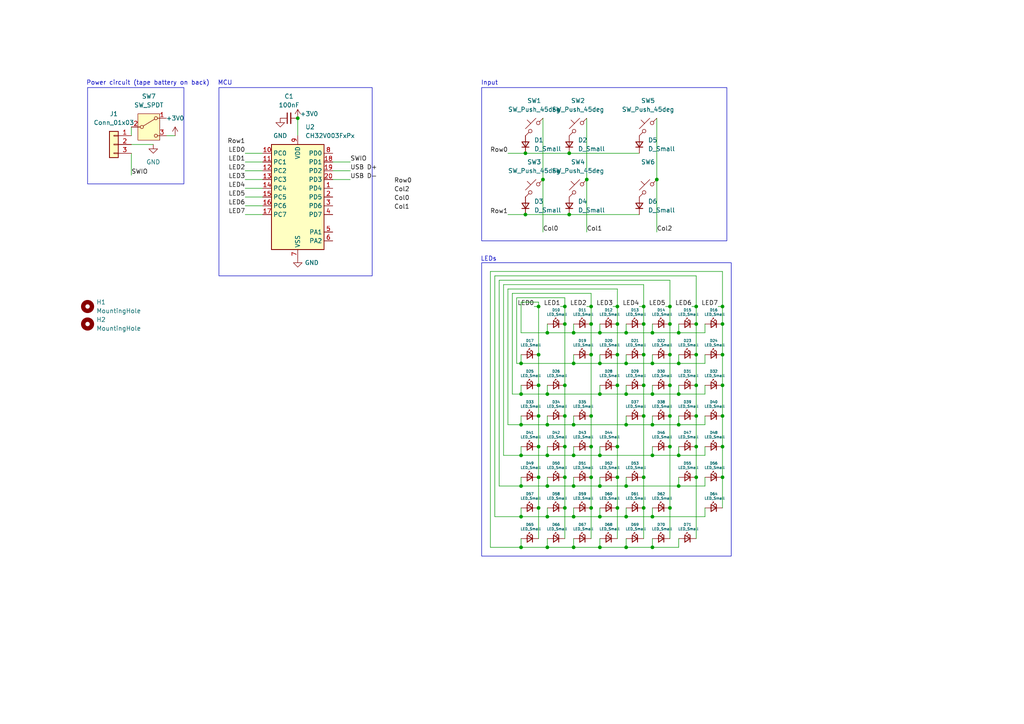
<source format=kicad_sch>
(kicad_sch (version 20231120) (generator "eeschema") (generator_version "8.0")
  (paper "A4")
  (lib_symbols
    (symbol "Connector_Generic:Conn_01x03" (pin_names (offset 1.016) hide)
      (property "Reference" "J" (at 0 5.08 0))
      (property "Value" "Conn_01x03" (at 0 -5.08 0))
      (symbol "Conn_01x03_1_1"
        (rectangle (start -1.27 -2.413) (end 0 -2.667) (stroke (width 0.1524)))
        (rectangle (start -1.27 0.127) (end 0 -0.127) (stroke (width 0.1524)))
        (rectangle (start -1.27 2.667) (end 0 2.413) (stroke (width 0.1524)))
        (rectangle (start -1.27 3.81) (end 1.27 -3.81) (stroke (width 0.254)) (fill (type background)))
        (pin passive line (at -5.08 2.54 0) (length 3.81) (name "Pin_1") (number "1"))
        (pin passive line (at -5.08 0 0) (length 3.81) (name "Pin_2") (number "2"))
        (pin passive line (at -5.08 -2.54 0) (length 3.81) (name "Pin_3") (number "3"))
      )
    )
    (symbol "Device:C_Small" (pin_numbers hide) (pin_names (offset 0.254) hide)
      (property "Reference" "C" (at 0.254 1.778 0))
      (property "Value" "C_Small" (at 0.254 -2.032 0))
      (symbol "C_Small_0_1"
        (polyline (pts (xy -1.524 -0.508) (xy 1.524 -0.508)) (stroke (width 0.3302)))
        (polyline (pts (xy -1.524 0.508) (xy 1.524 0.508)) (stroke (width 0.3048)))
      )
      (symbol "C_Small_1_1"
        (pin passive line (at 0 2.54 270) (length 2.032) (name "~") (number "1"))
        (pin passive line (at 0 -2.54 90) (length 2.032) (name "~") (number "2"))
      )
    )
    (symbol "Device:D_Small" (pin_numbers hide) (pin_names (offset 0.254) hide)
      (property "Reference" "D" (at -1.27 2.032 0))
      (property "Value" "D_Small" (at -3.81 -2.032 0))
      (symbol "D_Small_0_1"
        (polyline (pts (xy -0.762 -1.016) (xy -0.762 1.016)) (stroke (width 0.254)))
        (polyline (pts (xy -0.762 0) (xy 0.762 0)))
        (polyline (pts (xy 0.762 -1.016) (xy -0.762 0) (xy 0.762 1.016) (xy 0.762 -1.016)) (stroke (width 0.254)))
      )
      (symbol "D_Small_1_1"
        (pin passive line (at -2.54 0 0) (length 1.778) (name "K") (number "1"))
        (pin passive line (at 2.54 0 180) (length 1.778) (name "A") (number "2"))
      )
    )
    (symbol "Device:LED_Small" (pin_numbers hide) (pin_names (offset 0.254) hide)
      (property "Reference" "D" (at -1.27 3.175 0))
      (property "Value" "LED_Small" (at -4.445 -2.54 0))
      (symbol "LED_Small_0_1"
        (polyline (pts (xy -0.762 -1.016) (xy -0.762 1.016)) (stroke (width 0.254)))
        (polyline (pts (xy 1.016 0) (xy -0.762 0)))
        (polyline (pts (xy 0.762 -1.016) (xy -0.762 0) (xy 0.762 1.016) (xy 0.762 -1.016)) (stroke (width 0.254)))
        (polyline (pts (xy 0 0.762) (xy -0.508 1.27) (xy -0.254 1.27) (xy -0.508 1.27) (xy -0.508 1.016)))
        (polyline (pts (xy 0.508 1.27) (xy 0 1.778) (xy 0.254 1.778) (xy 0 1.778) (xy 0 1.524)))
      )
      (symbol "LED_Small_1_1"
        (pin passive line (at -2.54 0 0) (length 1.778) (name "K") (number "1"))
        (pin passive line (at 2.54 0 180) (length 1.778) (name "A") (number "2"))
      )
    )
    (symbol "MCU_WCH_CH32V0:CH32V003FxPx"
      (property "Reference" "U" (at -7.62 17.78 0))
      (property "Value" "CH32V003FxPx" (at 7.62 17.78 0))
      (symbol "CH32V003FxPx_1_1"
        (rectangle (start -7.62 15.24) (end 7.62 -15.24) (stroke (width 0.254)) (fill (type background)))
        (pin bidirectional line (at 10.16 2.54 180) (length 2.54) (name "PD4") (number "1"))
        (pin bidirectional line (at -10.16 12.7 0) (length 2.54) (name "PC0") (number "10"))
        (pin bidirectional line (at -10.16 10.16 0) (length 2.54) (name "PC1") (number "11"))
        (pin bidirectional line (at -10.16 7.62 0) (length 2.54) (name "PC2") (number "12"))
        (pin bidirectional line (at -10.16 5.08 0) (length 2.54) (name "PC3") (number "13"))
        (pin bidirectional line (at -10.16 2.54 0) (length 2.54) (name "PC4") (number "14"))
        (pin bidirectional line (at -10.16 0 0) (length 2.54) (name "PC5") (number "15"))
        (pin bidirectional line (at -10.16 -2.54 0) (length 2.54) (name "PC6") (number "16"))
        (pin bidirectional line (at -10.16 -5.08 0) (length 2.54) (name "PC7") (number "17"))
        (pin bidirectional line (at 10.16 10.16 180) (length 2.54) (name "PD1") (number "18"))
        (pin bidirectional line (at 10.16 7.62 180) (length 2.54) (name "PD2") (number "19"))
        (pin bidirectional line (at 10.16 0 180) (length 2.54) (name "PD5") (number "2"))
        (pin bidirectional line (at 10.16 5.08 180) (length 2.54) (name "PD3") (number "20"))
        (pin bidirectional line (at 10.16 -2.54 180) (length 2.54) (name "PD6") (number "3"))
        (pin bidirectional line (at 10.16 -5.08 180) (length 2.54) (name "PD7") (number "4"))
        (pin bidirectional line (at 10.16 -10.16 180) (length 2.54) (name "PA1") (number "5"))
        (pin bidirectional line (at 10.16 -12.7 180) (length 2.54) (name "PA2") (number "6"))
        (pin power_in line (at 0 -17.78 90) (length 2.54) (name "VSS") (number "7"))
        (pin bidirectional line (at 10.16 12.7 180) (length 2.54) (name "PD0") (number "8"))
        (pin power_in line (at 0 17.78 270) (length 2.54) (name "VDD") (number "9"))
      )
    )
    (symbol "Mechanical:MountingHole" (pin_names (offset 1.016)) (exclude_from_sim yes) (in_bom no)
      (property "Reference" "H" (at 0 5.08 0))
      (property "Value" "MountingHole" (at 0 3.175 0))
      (symbol "MountingHole_0_1"
        (circle (center 0 0) (radius 1.27) (stroke (width 1.27)))
      )
    )
    (symbol "Switch:SW_Push_45deg" (pin_numbers hide) (pin_names (offset 1.016) hide)
      (property "Reference" "SW" (at 3.048 1.016 0))
      (property "Value" "SW_Push_45deg" (at 0 -3.81 0))
      (symbol "SW_Push_45deg_0_1"
        (circle (center -1.1684 1.1684) (radius 0.508))
        (polyline (pts (xy -0.508 2.54) (xy 2.54 -0.508)))
        (polyline (pts (xy 1.016 1.016) (xy 2.032 2.032)))
        (polyline (pts (xy -2.54 2.54) (xy -1.524 1.524) (xy -1.524 1.524)))
        (polyline (pts (xy 1.524 -1.524) (xy 2.54 -2.54) (xy 2.54 -2.54) (xy 2.54 -2.54)))
        (circle (center 1.143 -1.1938) (radius 0.508))
        (pin passive line (at -2.54 2.54 0) (length 0) (name "1") (number "1"))
        (pin passive line (at 2.54 -2.54 180) (length 0) (name "2") (number "2"))
      )
    )
    (symbol "Switch:SW_SPDT" (pin_names (offset 0) hide)
      (property "Reference" "SW" (at 0 5.08 0))
      (property "Value" "SW_SPDT" (at 0 -5.08 0))
      (symbol "SW_SPDT_0_1"
        (circle (center -2.032 0) (radius 0.4572))
        (polyline (pts (xy -1.651 0.254) (xy 1.651 2.286)))
        (circle (center 2.032 -2.54) (radius 0.4572))
        (circle (center 2.032 2.54) (radius 0.4572))
      )
      (symbol "SW_SPDT_1_1"
        (rectangle (start -3.175 3.81) (end 3.175 -3.81) (fill (type background)))
        (pin passive line (at 5.08 2.54 180) (length 2.54) (name "A") (number "1"))
        (pin passive line (at -5.08 0 0) (length 2.54) (name "B") (number "2"))
        (pin passive line (at 5.08 -2.54 180) (length 2.54) (name "C") (number "3"))
      )
    )
    (symbol "power:+3V0" (power) (pin_numbers hide) (pin_names (offset 0) hide)
      (property "Value" "+3V0" (at 0 3.556 0))
      (symbol "+3V0_0_1"
        (polyline (pts (xy -0.762 1.27) (xy 0 2.54)))
        (polyline (pts (xy 0 0) (xy 0 2.54)))
        (polyline (pts (xy 0 2.54) (xy 0.762 1.27)))
      )
      (symbol "+3V0_1_1"
        (pin power_in line (at 0 0 90) (length 0) (name "~") (number "1"))
      )
    )
    (symbol "power:GND" (power) (pin_numbers hide) (pin_names (offset 0) hide)
      (property "Value" "GND" (at 0 -3.81 0))
      (symbol "GND_0_1"
        (polyline (pts (xy 0 0) (xy 0 -1.27) (xy 1.27 -1.27) (xy 0 -2.54) (xy -1.27 -1.27) (xy 0 -1.27)))
      )
      (symbol "GND_1_1"
        (pin power_in line (at 0 0 270) (length 0) (name "~") (number "1"))
      )
    )
  )
  (junction (at 179.07 102.87))
  (junction (at 181.61 96.52))
  (junction (at 165.1 44.45))
  (junction (at 181.61 123.19))
  (junction (at 158.75 149.86))
  (junction (at 201.93 129.54))
  (junction (at 166.37 132.08))
  (junction (at 201.93 88.9))
  (junction (at 196.85 105.41))
  (junction (at 156.21 147.32))
  (junction (at 179.07 93.98))
  (junction (at 181.61 149.86))
  (junction (at 186.69 147.32))
  (junction (at 170.18 52.07))
  (junction (at 173.99 149.86))
  (junction (at 194.31 120.65))
  (junction (at 151.13 114.3))
  (junction (at 196.85 114.3))
  (junction (at 201.93 111.76))
  (junction (at 194.31 102.87))
  (junction (at 179.07 138.43))
  (junction (at 186.69 111.76))
  (junction (at 163.83 138.43))
  (junction (at 189.23 149.86))
  (junction (at 152.4 62.23))
  (junction (at 165.1 62.23))
  (junction (at 151.13 123.19))
  (junction (at 186.69 102.87))
  (junction (at 189.23 123.19))
  (junction (at 179.07 129.54))
  (junction (at 189.23 114.3))
  (junction (at 209.55 88.9))
  (junction (at 86.36 34.29))
  (junction (at 166.37 158.75))
  (junction (at 179.07 111.76))
  (junction (at 158.75 96.52))
  (junction (at 171.45 129.54))
  (junction (at 173.99 114.3))
  (junction (at 209.55 120.65))
  (junction (at 151.13 105.41))
  (junction (at 166.37 123.19))
  (junction (at 201.93 93.98))
  (junction (at 166.37 96.52))
  (junction (at 171.45 138.43))
  (junction (at 158.75 123.19))
  (junction (at 181.61 158.75))
  (junction (at 156.21 111.76))
  (junction (at 186.69 138.43))
  (junction (at 171.45 120.65))
  (junction (at 152.4 44.45))
  (junction (at 156.21 129.54))
  (junction (at 179.07 147.32))
  (junction (at 194.31 129.54))
  (junction (at 186.69 93.98))
  (junction (at 158.75 140.97))
  (junction (at 156.21 102.87))
  (junction (at 189.23 132.08))
  (junction (at 209.55 102.87))
  (junction (at 209.55 93.98))
  (junction (at 151.13 158.75))
  (junction (at 186.69 88.9))
  (junction (at 173.99 96.52))
  (junction (at 189.23 96.52))
  (junction (at 209.55 111.76))
  (junction (at 166.37 149.86))
  (junction (at 151.13 132.08))
  (junction (at 194.31 147.32))
  (junction (at 196.85 132.08))
  (junction (at 156.21 120.65))
  (junction (at 163.83 129.54))
  (junction (at 189.23 158.75))
  (junction (at 201.93 138.43))
  (junction (at 151.13 149.86))
  (junction (at 166.37 140.97))
  (junction (at 173.99 158.75))
  (junction (at 181.61 140.97))
  (junction (at 163.83 93.98))
  (junction (at 158.75 132.08))
  (junction (at 179.07 88.9))
  (junction (at 171.45 88.9))
  (junction (at 173.99 105.41))
  (junction (at 156.21 138.43))
  (junction (at 158.75 114.3))
  (junction (at 173.99 132.08))
  (junction (at 181.61 114.3))
  (junction (at 157.48 52.07))
  (junction (at 171.45 147.32))
  (junction (at 171.45 102.87))
  (junction (at 151.13 140.97))
  (junction (at 163.83 120.65))
  (junction (at 209.55 129.54))
  (junction (at 181.61 105.41))
  (junction (at 163.83 111.76))
  (junction (at 189.23 105.41))
  (junction (at 186.69 120.65))
  (junction (at 173.99 140.97))
  (junction (at 163.83 147.32))
  (junction (at 190.5 52.07))
  (junction (at 201.93 102.87))
  (junction (at 196.85 96.52))
  (junction (at 196.85 140.97))
  (junction (at 171.45 93.98))
  (junction (at 166.37 105.41))
  (junction (at 156.21 88.9))
  (junction (at 163.83 88.9))
  (junction (at 194.31 93.98))
  (junction (at 158.75 158.75))
  (junction (at 196.85 123.19))
  (junction (at 209.55 138.43))
  (junction (at 201.93 120.65))
  (junction (at 194.31 88.9))
  (junction (at 194.31 111.76))
  (wire (pts (xy 179.07 147.32) (xy 179.07 156.21)))
  (wire (pts (xy 154.94 88.9) (xy 156.21 88.9)))
  (wire (pts (xy 189.23 120.65) (xy 189.23 123.19)))
  (wire (pts (xy 156.21 129.54) (xy 156.21 138.43)))
  (wire (pts (xy 196.85 140.97) (xy 204.47 140.97)))
  (wire (pts (xy 71.12 46.99) (xy 76.2 46.99)))
  (wire (pts (xy 151.13 96.52) (xy 158.75 96.52)))
  (wire (pts (xy 196.85 156.21) (xy 196.85 158.75)))
  (wire (pts (xy 173.99 111.76) (xy 173.99 114.3)))
  (wire (pts (xy 181.61 102.87) (xy 181.61 105.41)))
  (wire (pts (xy 157.48 52.07) (xy 157.48 67.31)))
  (wire (pts (xy 204.47 123.19) (xy 204.47 120.65)))
  (wire (pts (xy 158.75 140.97) (xy 166.37 140.97)))
  (wire (pts (xy 189.23 129.54) (xy 189.23 132.08)))
  (wire (pts (xy 170.18 52.07) (xy 170.18 67.31)))
  (wire (pts (xy 158.75 120.65) (xy 158.75 123.19)))
  (wire (pts (xy 158.75 96.52) (xy 166.37 96.52)))
  (wire (pts (xy 209.55 93.98) (xy 209.55 102.87)))
  (wire (pts (xy 71.12 44.45) (xy 76.2 44.45)))
  (wire (pts (xy 156.21 147.32) (xy 156.21 156.21)))
  (wire (pts (xy 158.75 138.43) (xy 158.75 140.97)))
  (wire (pts (xy 189.23 114.3) (xy 196.85 114.3)))
  (wire (pts (xy 166.37 158.75) (xy 173.99 158.75)))
  (wire (pts (xy 209.55 120.65) (xy 209.55 129.54)))
  (wire (pts (xy 163.83 120.65) (xy 163.83 129.54)))
  (wire (pts (xy 181.61 140.97) (xy 196.85 140.97)))
  (wire (pts (xy 158.75 114.3) (xy 173.99 114.3)))
  (wire (pts (xy 173.99 105.41) (xy 181.61 105.41)))
  (wire (pts (xy 171.45 138.43) (xy 171.45 147.32)))
  (wire (pts (xy 96.52 52.07) (xy 101.6 52.07)))
  (wire (pts (xy 170.18 34.29) (xy 170.18 52.07)))
  (wire (pts (xy 196.85 111.76) (xy 196.85 114.3)))
  (wire (pts (xy 173.99 102.87) (xy 173.99 105.41)))
  (wire (pts (xy 71.12 62.23) (xy 76.2 62.23)))
  (wire (pts (xy 194.31 81.28) (xy 144.78 81.28)))
  (wire (pts (xy 151.13 102.87) (xy 151.13 105.41)))
  (wire (pts (xy 166.37 120.65) (xy 166.37 123.19)))
  (wire (pts (xy 163.83 147.32) (xy 163.83 156.21)))
  (wire (pts (xy 38.1 36.83) (xy 38.1 39.37)))
  (wire (pts (xy 71.12 54.61) (xy 76.2 54.61)))
  (wire (pts (xy 151.13 87.63) (xy 151.13 96.52)))
  (wire (pts (xy 50.8 39.37) (xy 48.26 39.37)))
  (wire (pts (xy 189.23 123.19) (xy 196.85 123.19)))
  (wire (pts (xy 173.99 138.43) (xy 173.99 140.97)))
  (wire (pts (xy 142.24 78.74) (xy 209.55 78.74)))
  (wire (pts (xy 158.75 158.75) (xy 166.37 158.75)))
  (wire (pts (xy 151.13 156.21) (xy 151.13 158.75)))
  (wire (pts (xy 179.07 111.76) (xy 179.07 129.54)))
  (wire (pts (xy 147.32 62.23) (xy 152.4 62.23)))
  (wire (pts (xy 181.61 149.86) (xy 189.23 149.86)))
  (wire (pts (xy 166.37 138.43) (xy 166.37 140.97)))
  (wire (pts (xy 209.55 88.9) (xy 209.55 93.98)))
  (wire (pts (xy 209.55 129.54) (xy 209.55 138.43)))
  (wire (pts (xy 181.61 105.41) (xy 189.23 105.41)))
  (wire (pts (xy 209.55 138.43) (xy 209.55 147.32)))
  (wire (pts (xy 158.75 111.76) (xy 158.75 114.3)))
  (wire (pts (xy 181.61 96.52) (xy 189.23 96.52)))
  (wire (pts (xy 196.85 102.87) (xy 196.85 105.41)))
  (wire (pts (xy 158.75 132.08) (xy 166.37 132.08)))
  (wire (pts (xy 189.23 149.86) (xy 204.47 149.86)))
  (wire (pts (xy 189.23 132.08) (xy 196.85 132.08)))
  (wire (pts (xy 179.07 129.54) (xy 179.07 138.43)))
  (wire (pts (xy 162.56 88.9) (xy 163.83 88.9)))
  (wire (pts (xy 152.4 62.23) (xy 165.1 62.23)))
  (wire (pts (xy 186.69 93.98) (xy 186.69 102.87)))
  (wire (pts (xy 171.45 120.65) (xy 171.45 129.54)))
  (wire (pts (xy 163.83 93.98) (xy 163.83 111.76)))
  (wire (pts (xy 186.69 82.55) (xy 186.69 88.9)))
  (wire (pts (xy 171.45 85.09) (xy 171.45 88.9)))
  (wire (pts (xy 179.07 83.82) (xy 147.32 83.82)))
  (wire (pts (xy 196.85 93.98) (xy 196.85 96.52)))
  (wire (pts (xy 173.99 93.98) (xy 173.99 96.52)))
  (wire (pts (xy 158.75 156.21) (xy 158.75 158.75)))
  (wire (pts (xy 163.83 86.36) (xy 149.86 86.36)))
  (wire (pts (xy 189.23 102.87) (xy 189.23 105.41)))
  (wire (pts (xy 156.21 120.65) (xy 156.21 129.54)))
  (wire (pts (xy 171.45 88.9) (xy 171.45 93.98)))
  (wire (pts (xy 165.1 44.45) (xy 185.42 44.45)))
  (wire (pts (xy 171.45 147.32) (xy 171.45 156.21)))
  (wire (pts (xy 165.1 62.23) (xy 185.42 62.23)))
  (wire (pts (xy 181.61 120.65) (xy 181.61 123.19)))
  (wire (pts (xy 166.37 123.19) (xy 181.61 123.19)))
  (wire (pts (xy 179.07 102.87) (xy 179.07 111.76)))
  (wire (pts (xy 200.66 88.9) (xy 201.93 88.9)))
  (wire (pts (xy 151.13 147.32) (xy 151.13 149.86)))
  (wire (pts (xy 146.05 82.55) (xy 146.05 132.08)))
  (wire (pts (xy 163.83 129.54) (xy 163.83 138.43)))
  (wire (pts (xy 156.21 138.43) (xy 156.21 147.32)))
  (wire (pts (xy 179.07 93.98) (xy 179.07 102.87)))
  (wire (pts (xy 189.23 111.76) (xy 189.23 114.3)))
  (wire (pts (xy 181.61 158.75) (xy 189.23 158.75)))
  (wire (pts (xy 171.45 85.09) (xy 148.59 85.09)))
  (wire (pts (xy 194.31 93.98) (xy 194.31 102.87)))
  (wire (pts (xy 158.75 129.54) (xy 158.75 132.08)))
  (wire (pts (xy 142.24 158.75) (xy 142.24 78.74)))
  (wire (pts (xy 209.55 111.76) (xy 209.55 120.65)))
  (wire (pts (xy 166.37 149.86) (xy 173.99 149.86)))
  (wire (pts (xy 209.55 102.87) (xy 209.55 111.76)))
  (wire (pts (xy 185.42 88.9) (xy 186.69 88.9)))
  (wire (pts (xy 181.61 156.21) (xy 181.61 158.75)))
  (wire (pts (xy 209.55 78.74) (xy 209.55 88.9)))
  (wire (pts (xy 96.52 46.99) (xy 101.6 46.99)))
  (wire (pts (xy 196.85 129.54) (xy 196.85 132.08)))
  (wire (pts (xy 151.13 149.86) (xy 158.75 149.86)))
  (wire (pts (xy 204.47 105.41) (xy 204.47 102.87)))
  (wire (pts (xy 173.99 132.08) (xy 189.23 132.08)))
  (wire (pts (xy 189.23 156.21) (xy 189.23 158.75)))
  (wire (pts (xy 201.93 120.65) (xy 201.93 129.54)))
  (wire (pts (xy 166.37 132.08) (xy 173.99 132.08)))
  (wire (pts (xy 201.93 88.9) (xy 201.93 93.98)))
  (wire (pts (xy 144.78 81.28) (xy 144.78 140.97)))
  (wire (pts (xy 158.75 149.86) (xy 166.37 149.86)))
  (wire (pts (xy 166.37 140.97) (xy 173.99 140.97)))
  (wire (pts (xy 201.93 80.01) (xy 201.93 88.9)))
  (wire (pts (xy 171.45 93.98) (xy 171.45 102.87)))
  (wire (pts (xy 181.61 138.43) (xy 181.61 140.97)))
  (wire (pts (xy 158.75 123.19) (xy 166.37 123.19)))
  (wire (pts (xy 181.61 93.98) (xy 181.61 96.52)))
  (wire (pts (xy 173.99 114.3) (xy 181.61 114.3)))
  (wire (pts (xy 148.59 85.09) (xy 148.59 114.3)))
  (wire (pts (xy 196.85 138.43) (xy 196.85 140.97)))
  (wire (pts (xy 158.75 147.32) (xy 158.75 149.86)))
  (wire (pts (xy 173.99 156.21) (xy 173.99 158.75)))
  (wire (pts (xy 186.69 102.87) (xy 186.69 111.76)))
  (wire (pts (xy 166.37 102.87) (xy 166.37 105.41)))
  (wire (pts (xy 171.45 129.54) (xy 171.45 138.43)))
  (wire (pts (xy 86.36 34.29) (xy 86.36 39.37)))
  (wire (pts (xy 189.23 93.98) (xy 189.23 96.52)))
  (wire (pts (xy 163.83 111.76) (xy 163.83 120.65)))
  (wire (pts (xy 44.45 41.91) (xy 38.1 41.91)))
  (wire (pts (xy 173.99 129.54) (xy 173.99 132.08)))
  (wire (pts (xy 181.61 123.19) (xy 189.23 123.19)))
  (wire (pts (xy 147.32 123.19) (xy 151.13 123.19)))
  (wire (pts (xy 38.1 50.8) (xy 38.1 44.45)))
  (wire (pts (xy 96.52 49.53) (xy 101.6 49.53)))
  (wire (pts (xy 151.13 140.97) (xy 158.75 140.97)))
  (wire (pts (xy 201.93 111.76) (xy 201.93 120.65)))
  (wire (pts (xy 71.12 52.07) (xy 76.2 52.07)))
  (wire (pts (xy 149.86 105.41) (xy 151.13 105.41)))
  (wire (pts (xy 201.93 138.43) (xy 201.93 156.21)))
  (wire (pts (xy 204.47 140.97) (xy 204.47 138.43)))
  (wire (pts (xy 193.04 88.9) (xy 194.31 88.9)))
  (wire (pts (xy 163.83 86.36) (xy 163.83 88.9)))
  (wire (pts (xy 71.12 57.15) (xy 76.2 57.15)))
  (wire (pts (xy 173.99 158.75) (xy 181.61 158.75)))
  (wire (pts (xy 189.23 105.41) (xy 196.85 105.41)))
  (wire (pts (xy 156.21 87.63) (xy 156.21 88.9)))
  (wire (pts (xy 194.31 120.65) (xy 194.31 129.54)))
  (wire (pts (xy 151.13 111.76) (xy 151.13 114.3)))
  (wire (pts (xy 142.24 158.75) (xy 151.13 158.75)))
  (wire (pts (xy 204.47 96.52) (xy 204.47 93.98)))
  (wire (pts (xy 151.13 158.75) (xy 158.75 158.75)))
  (wire (pts (xy 194.31 88.9) (xy 194.31 93.98)))
  (wire (pts (xy 186.69 147.32) (xy 186.69 156.21)))
  (wire (pts (xy 204.47 149.86) (xy 204.47 147.32)))
  (wire (pts (xy 143.51 80.01) (xy 143.51 149.86)))
  (wire (pts (xy 156.21 87.63) (xy 151.13 87.63)))
  (wire (pts (xy 201.93 93.98) (xy 201.93 102.87)))
  (wire (pts (xy 196.85 120.65) (xy 196.85 123.19)))
  (wire (pts (xy 196.85 123.19) (xy 204.47 123.19)))
  (wire (pts (xy 179.07 88.9) (xy 179.07 93.98)))
  (wire (pts (xy 147.32 83.82) (xy 147.32 123.19)))
  (wire (pts (xy 190.5 34.29) (xy 190.5 52.07)))
  (wire (pts (xy 194.31 147.32) (xy 194.31 156.21)))
  (wire (pts (xy 194.31 102.87) (xy 194.31 111.76)))
  (wire (pts (xy 208.28 88.9) (xy 209.55 88.9)))
  (wire (pts (xy 166.37 93.98) (xy 166.37 96.52)))
  (wire (pts (xy 186.69 120.65) (xy 186.69 138.43)))
  (wire (pts (xy 189.23 158.75) (xy 196.85 158.75)))
  (wire (pts (xy 166.37 96.52) (xy 173.99 96.52)))
  (wire (pts (xy 71.12 49.53) (xy 76.2 49.53)))
  (wire (pts (xy 189.23 147.32) (xy 189.23 149.86)))
  (wire (pts (xy 173.99 147.32) (xy 173.99 149.86)))
  (wire (pts (xy 189.23 96.52) (xy 196.85 96.52)))
  (wire (pts (xy 181.61 111.76) (xy 181.61 114.3)))
  (wire (pts (xy 151.13 129.54) (xy 151.13 132.08)))
  (wire (pts (xy 151.13 120.65) (xy 151.13 123.19)))
  (wire (pts (xy 156.21 88.9) (xy 156.21 102.87)))
  (wire (pts (xy 71.12 59.69) (xy 76.2 59.69)))
  (wire (pts (xy 146.05 132.08) (xy 151.13 132.08)))
  (wire (pts (xy 186.69 111.76) (xy 186.69 120.65)))
  (wire (pts (xy 186.69 138.43) (xy 186.69 147.32)))
  (wire (pts (xy 179.07 83.82) (xy 179.07 88.9)))
  (wire (pts (xy 201.93 129.54) (xy 201.93 138.43)))
  (wire (pts (xy 179.07 138.43) (xy 179.07 147.32)))
  (wire (pts (xy 166.37 105.41) (xy 173.99 105.41)))
  (wire (pts (xy 196.85 96.52) (xy 204.47 96.52)))
  (wire (pts (xy 201.93 80.01) (xy 143.51 80.01)))
  (wire (pts (xy 173.99 96.52) (xy 181.61 96.52)))
  (wire (pts (xy 149.86 86.36) (xy 149.86 105.41)))
  (wire (pts (xy 186.69 82.55) (xy 146.05 82.55)))
  (wire (pts (xy 151.13 114.3) (xy 158.75 114.3)))
  (wire (pts (xy 177.8 88.9) (xy 179.07 88.9)))
  (wire (pts (xy 151.13 132.08) (xy 158.75 132.08)))
  (wire (pts (xy 196.85 132.08) (xy 204.47 132.08)))
  (wire (pts (xy 194.31 81.28) (xy 194.31 88.9)))
  (wire (pts (xy 151.13 138.43) (xy 151.13 140.97)))
  (wire (pts (xy 171.45 102.87) (xy 171.45 120.65)))
  (wire (pts (xy 204.47 132.08) (xy 204.47 129.54)))
  (wire (pts (xy 166.37 147.32) (xy 166.37 149.86)))
  (wire (pts (xy 151.13 105.41) (xy 166.37 105.41)))
  (wire (pts (xy 194.31 129.54) (xy 194.31 147.32)))
  (wire (pts (xy 181.61 147.32) (xy 181.61 149.86)))
  (wire (pts (xy 170.18 88.9) (xy 171.45 88.9)))
  (wire (pts (xy 201.93 102.87) (xy 201.93 111.76)))
  (wire (pts (xy 166.37 129.54) (xy 166.37 132.08)))
  (wire (pts (xy 158.75 93.98) (xy 158.75 96.52)))
  (wire (pts (xy 152.4 44.45) (xy 165.1 44.45)))
  (wire (pts (xy 156.21 102.87) (xy 156.21 111.76)))
  (wire (pts (xy 151.13 123.19) (xy 158.75 123.19)))
  (wire (pts (xy 163.83 138.43) (xy 163.83 147.32)))
  (wire (pts (xy 163.83 88.9) (xy 163.83 93.98)))
  (wire (pts (xy 194.31 111.76) (xy 194.31 120.65)))
  (wire (pts (xy 204.47 114.3) (xy 204.47 111.76)))
  (wire (pts (xy 147.32 44.45) (xy 152.4 44.45)))
  (wire (pts (xy 196.85 114.3) (xy 204.47 114.3)))
  (wire (pts (xy 173.99 140.97) (xy 181.61 140.97)))
  (wire (pts (xy 166.37 156.21) (xy 166.37 158.75)))
  (wire (pts (xy 181.61 114.3) (xy 189.23 114.3)))
  (wire (pts (xy 186.69 88.9) (xy 186.69 93.98)))
  (wire (pts (xy 196.85 105.41) (xy 204.47 105.41)))
  (wire (pts (xy 143.51 149.86) (xy 151.13 149.86)))
  (wire (pts (xy 190.5 52.07) (xy 190.5 67.31)))
  (wire (pts (xy 156.21 111.76) (xy 156.21 120.65)))
  (wire (pts (xy 157.48 34.29) (xy 157.48 52.07)))
  (wire (pts (xy 144.78 140.97) (xy 151.13 140.97)))
  (wire (pts (xy 173.99 149.86) (xy 181.61 149.86)))
  (wire (pts (xy 148.59 114.3) (xy 151.13 114.3)))
  (rectangle (start 139.7 76.2) (end 212.09 161.29))
  (rectangle (start 139.7 25.4) (end 210.82 69.85))
  (rectangle (start 63.5 25.4) (end 107.95 80.01))
  (rectangle (start 25.4 25.4) (end 53.34 53.34))
  (text "Input" (at 141.986 24.13 0) (effects (font (size 1.27 1.27))))
  (text "Power circuit (tape battery on back)" (at 42.926 24.13 0) (effects (font (size 1.27 1.27))))
  (text "MCU" (at 65.278 24.13 0) (effects (font (size 1.27 1.27))))
  (text "LEDs" (at 141.732 75.184 0) (effects (font (size 1.27 1.27))))
  (label "LED2" (at 71.12 49.53 180))
  (label "Col2" (at 190.5 67.31 0))
  (label "LED7" (at 208.28 88.9 180))
  (label "Row1" (at 147.32 62.23 180))
  (label "LED4" (at 71.12 54.61 180))
  (label "LED6" (at 200.66 88.9 180))
  (label "LED5" (at 71.12 57.15 180))
  (label "LED1" (at 162.56 88.9 180))
  (label "Row0" (at 114.3 53.34 0))
  (label "Col2" (at 114.3 55.88 0))
  (label "LED5" (at 193.04 88.9 180))
  (label "Col0" (at 114.3 58.42 0))
  (label "Row0" (at 147.32 44.45 180))
  (label "LED4" (at 185.42 88.9 180))
  (label "SWIO" (at 101.6 46.99 0))
  (label "LED7" (at 71.12 62.23 180))
  (label "Col1" (at 114.3 60.96 0))
  (label "USB D-" (at 101.6 52.07 0))
  (label "Col1" (at 170.18 67.31 0))
  (label "Row1" (at 71.12 41.91 180))
  (label "LED2" (at 170.18 88.9 180))
  (label "LED0" (at 154.94 88.9 180))
  (label "USB D+" (at 101.6 49.53 0))
  (label "SWIO" (at 38.1 50.8 0))
  (label "LED6" (at 71.12 59.69 180))
  (label "LED0" (at 71.12 44.45 180))
  (label "LED3" (at 177.8 88.9 180))
  (label "Col0" (at 157.48 67.31 0))
  (label "LED1" (at 71.12 46.99 180))
  (label "LED3" (at 71.12 52.07 180))
  (symbol (lib_id "Switch:SW_Push_45deg") (at 154.94 54.61 0) (mirror y) (unit 1)
    (property "Reference" "SW3" (at 154.94 46.99 0))
    (property "Value" "SW_Push_45deg" (at 154.94 49.53 0))
    (property "Footprint" "Button_Switch_SMD:SW_Push_1P1T_NO_6x6mm_H9.5mm" (effects (hide yes)))
    (property "Description" "Push button switch, normally open, two pins, 45° tilted" (effects (hide yes)))
  )
  (symbol (lib_id "Device:LED_Small") (at 168.91 129.54 0) (mirror y) (unit 1)
    (property "Reference" "D43" (at 168.91 125.476 0) (effects (font (size 0.75 0.75))))
    (property "Value" "LED_Small" (at 169.164 126.746 0) (effects (font (size 0.75 0.75))))
    (property "Footprint" "LED_SMD:LED_0603_1608Metric" (effects (hide yes)))
    (property "Description" "Light emitting diode, small symbol" (effects (hide yes)))
  )
  (symbol (lib_id "Device:LED_Small") (at 176.53 102.87 0) (mirror y) (unit 1)
    (property "Reference" "D20" (at 176.53 98.806 0) (effects (font (size 0.75 0.75))))
    (property "Value" "LED_Small" (at 176.784 100.076 0) (effects (font (size 0.75 0.75))))
    (property "Footprint" "LED_SMD:LED_0603_1608Metric" (effects (hide yes)))
    (property "Description" "Light emitting diode, small symbol" (effects (hide yes)))
  )
  (symbol (lib_id "power:GND") (at 81.28 34.29 0) (unit 1)
    (property "Reference" "#PWR02" (effects (hide yes)))
    (property "Value" "GND" (at 81.28 39.37 0))
    (property "Description" "Power symbol creates a global label with name \"GND\" , ground" (effects (hide yes)))
  )
  (symbol (lib_id "Device:LED_Small") (at 153.67 129.54 0) (mirror y) (unit 1)
    (property "Reference" "D41" (at 153.67 125.476 0) (effects (font (size 0.75 0.75))))
    (property "Value" "LED_Small" (at 153.924 126.746 0) (effects (font (size 0.75 0.75))))
    (property "Footprint" "LED_SMD:LED_0603_1608Metric" (effects (hide yes)))
    (property "Description" "Light emitting diode, small symbol" (effects (hide yes)))
  )
  (symbol (lib_id "MCU_WCH_CH32V0:CH32V003FxPx") (at 86.36 57.15 0) (unit 1)
    (property "Reference" "U2" (at 88.5541 36.83 0) (effects (justify left)))
    (property "Value" "CH32V003FxPx" (at 88.5541 39.37 0) (effects (justify left)))
    (property "Footprint" "Package_SO:TSSOP-20_4.4x6.5mm_P0.65mm" (effects (hide yes)))
    (property "Datasheet" "https://www.wch-ic.com/products/CH32V003.html" (effects (hide yes)))
    (property "Description" "CH32V003 series are industrial-grade general-purpose microcontrollers designed based on 32-bit RISC-V instruction set and architecture. It adopts QingKe V2A core, RV32EC instruction set, and supports 2 levels of interrupt nesting. The series are mounted with rich peripheral interfaces and function modules. Its internal organizational structure meets the low-cost and low-power embedded application scenarios." (effects (hide yes)))
  )
  (symbol (lib_id "Device:LED_Small") (at 153.67 111.76 0) (mirror y) (unit 1)
    (property "Reference" "D25" (at 153.67 107.696 0) (effects (font (size 0.75 0.75))))
    (property "Value" "LED_Small" (at 153.924 108.966 0) (effects (font (size 0.75 0.75))))
    (property "Footprint" "LED_SMD:LED_0603_1608Metric" (effects (hide yes)))
    (property "Description" "Light emitting diode, small symbol" (effects (hide yes)))
  )
  (symbol (lib_id "Device:LED_Small") (at 199.39 120.65 0) (mirror y) (unit 1)
    (property "Reference" "D39" (at 199.39 116.586 0) (effects (font (size 0.75 0.75))))
    (property "Value" "LED_Small" (at 199.644 117.856 0) (effects (font (size 0.75 0.75))))
    (property "Footprint" "LED_SMD:LED_0603_1608Metric" (effects (hide yes)))
    (property "Description" "Light emitting diode, small symbol" (effects (hide yes)))
  )
  (symbol (lib_id "Device:LED_Small") (at 153.67 147.32 0) (mirror y) (unit 1)
    (property "Reference" "D57" (at 153.67 143.256 0) (effects (font (size 0.75 0.75))))
    (property "Value" "LED_Small" (at 153.924 144.526 0) (effects (font (size 0.75 0.75))))
    (property "Footprint" "LED_SMD:LED_0603_1608Metric" (effects (hide yes)))
    (property "Description" "Light emitting diode, small symbol" (effects (hide yes)))
  )
  (symbol (lib_id "Device:LED_Small") (at 199.39 111.76 0) (mirror y) (unit 1)
    (property "Reference" "D31" (at 199.39 107.696 0) (effects (font (size 0.75 0.75))))
    (property "Value" "LED_Small" (at 199.644 108.966 0) (effects (font (size 0.75 0.75))))
    (property "Footprint" "LED_SMD:LED_0603_1608Metric" (effects (hide yes)))
    (property "Description" "Light emitting diode, small symbol" (effects (hide yes)))
  )
  (symbol (lib_id "Device:LED_Small") (at 191.77 129.54 0) (mirror y) (unit 1)
    (property "Reference" "D46" (at 191.77 125.476 0) (effects (font (size 0.75 0.75))))
    (property "Value" "LED_Small" (at 192.024 126.746 0) (effects (font (size 0.75 0.75))))
    (property "Footprint" "LED_SMD:LED_0603_1608Metric" (effects (hide yes)))
    (property "Description" "Light emitting diode, small symbol" (effects (hide yes)))
  )
  (symbol (lib_id "Device:LED_Small") (at 176.53 147.32 0) (mirror y) (unit 1)
    (property "Reference" "D60" (at 176.53 143.256 0) (effects (font (size 0.75 0.75))))
    (property "Value" "LED_Small" (at 176.784 144.526 0) (effects (font (size 0.75 0.75))))
    (property "Footprint" "LED_SMD:LED_0603_1608Metric" (effects (hide yes)))
    (property "Description" "Light emitting diode, small symbol" (effects (hide yes)))
  )
  (symbol (lib_id "Switch:SW_Push_45deg") (at 187.96 54.61 0) (mirror y) (unit 1)
    (property "Reference" "SW6" (at 187.96 46.99 0))
    (property "Value" "SW_Push_45deg" (effects (hide yes)))
    (property "Footprint" "Button_Switch_SMD:SW_Push_1P1T_NO_6x6mm_H9.5mm" (effects (hide yes)))
    (property "Description" "Push button switch, normally open, two pins, 45° tilted" (effects (hide yes)))
  )
  (symbol (lib_id "Device:LED_Small") (at 184.15 111.76 0) (mirror y) (unit 1)
    (property "Reference" "D29" (at 184.15 107.696 0) (effects (font (size 0.75 0.75))))
    (property "Value" "LED_Small" (at 184.404 108.966 0) (effects (font (size 0.75 0.75))))
    (property "Footprint" "LED_SMD:LED_0603_1608Metric" (effects (hide yes)))
    (property "Description" "Light emitting diode, small symbol" (effects (hide yes)))
  )
  (symbol (lib_id "Device:LED_Small") (at 207.01 93.98 0) (mirror y) (unit 1)
    (property "Reference" "D16" (at 207.01 89.916 0) (effects (font (size 0.75 0.75))))
    (property "Value" "LED_Small" (at 207.264 91.186 0) (effects (font (size 0.75 0.75))))
    (property "Footprint" "LED_SMD:LED_0603_1608Metric" (effects (hide yes)))
    (property "Description" "Light emitting diode, small symbol" (effects (hide yes)))
  )
  (symbol (lib_id "Device:LED_Small") (at 199.39 129.54 0) (mirror y) (unit 1)
    (property "Reference" "D47" (at 199.39 125.476 0) (effects (font (size 0.75 0.75))))
    (property "Value" "LED_Small" (at 199.644 126.746 0) (effects (font (size 0.75 0.75))))
    (property "Footprint" "LED_SMD:LED_0603_1608Metric" (effects (hide yes)))
    (property "Description" "Light emitting diode, small symbol" (effects (hide yes)))
  )
  (symbol (lib_id "power:+3V0") (at 86.36 34.29 0) (unit 1)
    (property "Reference" "#PWR01" (effects (hide yes)))
    (property "Value" "+3V0" (at 89.662 33.02 0))
    (property "Description" "Power symbol creates a global label with name \"+3V0\"" (effects (hide yes)))
  )
  (symbol (lib_id "Switch:SW_SPDT") (at 43.18 36.83 0) (unit 1)
    (property "Reference" "SW7" (at 43.18 27.94 0))
    (property "Value" "SW_SPDT" (at 43.18 30.48 0))
    (property "Footprint" "Button_Switch_SMD:SW_SPDT_CK_JS102011SAQN" (effects (hide yes)))
    (property "Description" "Switch, single pole double throw" (effects (hide yes)))
  )
  (symbol (lib_id "Device:LED_Small") (at 199.39 93.98 0) (mirror y) (unit 1)
    (property "Reference" "D15" (at 199.39 89.916 0) (effects (font (size 0.75 0.75))))
    (property "Value" "LED_Small" (at 199.644 91.186 0) (effects (font (size 0.75 0.75))))
    (property "Footprint" "LED_SMD:LED_0603_1608Metric" (effects (hide yes)))
    (property "Description" "Light emitting diode, small symbol" (effects (hide yes)))
  )
  (symbol (lib_id "Device:LED_Small") (at 207.01 102.87 0) (mirror y) (unit 1)
    (property "Reference" "D24" (at 207.01 98.806 0) (effects (font (size 0.75 0.75))))
    (property "Value" "LED_Small" (at 207.264 100.076 0) (effects (font (size 0.75 0.75))))
    (property "Footprint" "LED_SMD:LED_0603_1608Metric" (effects (hide yes)))
    (property "Description" "Light emitting diode, small symbol" (effects (hide yes)))
  )
  (symbol (lib_id "Device:LED_Small") (at 184.15 156.21 0) (mirror y) (unit 1)
    (property "Reference" "D69" (at 184.15 152.146 0) (effects (font (size 0.75 0.75))))
    (property "Value" "LED_Small" (at 184.404 153.416 0) (effects (font (size 0.75 0.75))))
    (property "Footprint" "LED_SMD:LED_0603_1608Metric" (effects (hide yes)))
    (property "Description" "Light emitting diode, small symbol" (effects (hide yes)))
  )
  (symbol (lib_id "Device:LED_Small") (at 153.67 138.43 0) (mirror y) (unit 1)
    (property "Reference" "D49" (at 153.67 134.366 0) (effects (font (size 0.75 0.75))))
    (property "Value" "LED_Small" (at 153.924 135.636 0) (effects (font (size 0.75 0.75))))
    (property "Footprint" "LED_SMD:LED_0603_1608Metric" (effects (hide yes)))
    (property "Description" "Light emitting diode, small symbol" (effects (hide yes)))
  )
  (symbol (lib_id "Device:LED_Small") (at 191.77 156.21 0) (mirror y) (unit 1)
    (property "Reference" "D70" (at 191.77 152.146 0) (effects (font (size 0.75 0.75))))
    (property "Value" "LED_Small" (at 192.024 153.416 0) (effects (font (size 0.75 0.75))))
    (property "Footprint" "LED_SMD:LED_0603_1608Metric" (effects (hide yes)))
    (property "Description" "Light emitting diode, small symbol" (effects (hide yes)))
  )
  (symbol (lib_id "Device:D_Small") (at 185.42 59.69 90) (unit 1)
    (property "Reference" "D6" (at 187.96 58.4199 90) (effects (justify right)))
    (property "Value" "D_Small" (at 187.96 60.9599 90) (effects (justify right)))
    (property "Footprint" "Diode_SMD:D_0805_2012Metric" (effects (hide yes)))
    (property "Description" "Diode, small symbol" (effects (hide yes)))
    (property "Sim.Device" "D" (effects (hide yes)))
    (property "Sim.Pins" "1=K 2=A" (effects (hide yes)))
  )
  (symbol (lib_id "Device:LED_Small") (at 184.15 120.65 0) (mirror y) (unit 1)
    (property "Reference" "D37" (at 184.15 116.586 0) (effects (font (size 0.75 0.75))))
    (property "Value" "LED_Small" (at 184.404 117.856 0) (effects (font (size 0.75 0.75))))
    (property "Footprint" "LED_SMD:LED_0603_1608Metric" (effects (hide yes)))
    (property "Description" "Light emitting diode, small symbol" (effects (hide yes)))
  )
  (symbol (lib_id "Device:LED_Small") (at 176.53 93.98 0) (mirror y) (unit 1)
    (property "Reference" "D12" (at 176.53 89.916 0) (effects (font (size 0.75 0.75))))
    (property "Value" "LED_Small" (at 176.784 91.186 0) (effects (font (size 0.75 0.75))))
    (property "Footprint" "LED_SMD:LED_0603_1608Metric" (effects (hide yes)))
    (property "Description" "Light emitting diode, small symbol" (effects (hide yes)))
  )
  (symbol (lib_id "Mechanical:MountingHole") (at 25.4 93.98 0) (unit 1) (exclude_from_sim yes) (in_bom no)
    (property "Reference" "H2" (at 27.94 92.7099 0) (effects (justify left)))
    (property "Value" "MountingHole" (at 27.94 95.2499 0) (effects (justify left)))
    (property "Footprint" "MountingHole:MountingHole_2.2mm_M2" (effects (hide yes)))
    (property "Description" "Mounting Hole without connection" (effects (hide yes)))
  )
  (symbol (lib_id "Device:LED_Small") (at 161.29 138.43 0) (mirror y) (unit 1)
    (property "Reference" "D50" (at 161.29 134.366 0) (effects (font (size 0.75 0.75))))
    (property "Value" "LED_Small" (at 161.544 135.636 0) (effects (font (size 0.75 0.75))))
    (property "Footprint" "LED_SMD:LED_0603_1608Metric" (effects (hide yes)))
    (property "Description" "Light emitting diode, small symbol" (effects (hide yes)))
  )
  (symbol (lib_id "Device:LED_Small") (at 191.77 93.98 0) (mirror y) (unit 1)
    (property "Reference" "D14" (at 191.77 89.916 0) (effects (font (size 0.75 0.75))))
    (property "Value" "LED_Small" (at 192.024 91.186 0) (effects (font (size 0.75 0.75))))
    (property "Footprint" "LED_SMD:LED_0603_1608Metric" (effects (hide yes)))
    (property "Description" "Light emitting diode, small symbol" (effects (hide yes)))
  )
  (symbol (lib_id "Switch:SW_Push_45deg") (at 154.94 36.83 0) (mirror y) (unit 1)
    (property "Reference" "SW1" (at 154.94 29.21 0))
    (property "Value" "SW_Push_45deg" (at 154.94 31.75 0))
    (property "Footprint" "Button_Switch_SMD:SW_Push_1P1T_NO_6x6mm_H9.5mm" (effects (hide yes)))
    (property "Description" "Push button switch, normally open, two pins, 45° tilted" (effects (hide yes)))
  )
  (symbol (lib_id "Switch:SW_Push_45deg") (at 167.64 54.61 0) (mirror y) (unit 1)
    (property "Reference" "SW4" (at 167.64 46.99 0))
    (property "Value" "SW_Push_45deg" (at 167.64 49.53 0))
    (property "Footprint" "Button_Switch_SMD:SW_Push_1P1T_NO_6x6mm_H9.5mm" (effects (hide yes)))
    (property "Description" "Push button switch, normally open, two pins, 45° tilted" (effects (hide yes)))
  )
  (symbol (lib_id "Device:LED_Small") (at 168.91 147.32 0) (mirror y) (unit 1)
    (property "Reference" "D59" (at 168.91 143.256 0) (effects (font (size 0.75 0.75))))
    (property "Value" "LED_Small" (at 169.164 144.526 0) (effects (font (size 0.75 0.75))))
    (property "Footprint" "LED_SMD:LED_0603_1608Metric" (effects (hide yes)))
    (property "Description" "Light emitting diode, small symbol" (effects (hide yes)))
  )
  (symbol (lib_id "Device:LED_Small") (at 207.01 147.32 0) (mirror y) (unit 1)
    (property "Reference" "D64" (at 207.01 143.256 0) (effects (font (size 0.75 0.75))))
    (property "Value" "LED_Small" (at 207.264 144.526 0) (effects (font (size 0.75 0.75))))
    (property "Footprint" "LED_SMD:LED_0603_1608Metric" (effects (hide yes)))
    (property "Description" "Light emitting diode, small symbol" (effects (hide yes)))
  )
  (symbol (lib_id "Device:LED_Small") (at 161.29 147.32 0) (mirror y) (unit 1)
    (property "Reference" "D58" (at 161.29 143.256 0) (effects (font (size 0.75 0.75))))
    (property "Value" "LED_Small" (at 161.544 144.526 0) (effects (font (size 0.75 0.75))))
    (property "Footprint" "LED_SMD:LED_0603_1608Metric" (effects (hide yes)))
    (property "Description" "Light emitting diode, small symbol" (effects (hide yes)))
  )
  (symbol (lib_id "Switch:SW_Push_45deg") (at 187.96 36.83 0) (mirror y) (unit 1)
    (property "Reference" "SW5" (at 187.96 29.21 0))
    (property "Value" "SW_Push_45deg" (at 187.96 31.75 0))
    (property "Footprint" "Button_Switch_SMD:SW_Push_1P1T_NO_6x6mm_H9.5mm" (effects (hide yes)))
    (property "Description" "Push button switch, normally open, two pins, 45° tilted" (effects (hide yes)))
  )
  (symbol (lib_id "Device:LED_Small") (at 191.77 111.76 0) (mirror y) (unit 1)
    (property "Reference" "D30" (at 191.77 107.696 0) (effects (font (size 0.75 0.75))))
    (property "Value" "LED_Small" (at 192.024 108.966 0) (effects (font (size 0.75 0.75))))
    (property "Footprint" "LED_SMD:LED_0603_1608Metric" (effects (hide yes)))
    (property "Description" "Light emitting diode, small symbol" (effects (hide yes)))
  )
  (symbol (lib_id "Device:LED_Small") (at 161.29 111.76 0) (mirror y) (unit 1)
    (property "Reference" "D26" (at 161.29 107.696 0) (effects (font (size 0.75 0.75))))
    (property "Value" "LED_Small" (at 161.544 108.966 0) (effects (font (size 0.75 0.75))))
    (property "Footprint" "LED_SMD:LED_0603_1608Metric" (effects (hide yes)))
    (property "Description" "Light emitting diode, small symbol" (effects (hide yes)))
  )
  (symbol (lib_id "Device:LED_Small") (at 153.67 156.21 0) (mirror y) (unit 1)
    (property "Reference" "D65" (at 153.67 152.146 0) (effects (font (size 0.75 0.75))))
    (property "Value" "LED_Small" (at 153.924 153.416 0) (effects (font (size 0.75 0.75))))
    (property "Footprint" "LED_SMD:LED_0603_1608Metric" (effects (hide yes)))
    (property "Description" "Light emitting diode, small symbol" (effects (hide yes)))
  )
  (symbol (lib_id "Device:LED_Small") (at 207.01 120.65 0) (mirror y) (unit 1)
    (property "Reference" "D40" (at 207.01 116.586 0) (effects (font (size 0.75 0.75))))
    (property "Value" "LED_Small" (at 207.264 117.856 0) (effects (font (size 0.75 0.75))))
    (property "Footprint" "LED_SMD:LED_0603_1608Metric" (effects (hide yes)))
    (property "Description" "Light emitting diode, small symbol" (effects (hide yes)))
  )
  (symbol (lib_id "Device:LED_Small") (at 184.15 93.98 0) (mirror y) (unit 1)
    (property "Reference" "D13" (at 184.15 89.916 0) (effects (font (size 0.75 0.75))))
    (property "Value" "LED_Small" (at 184.404 91.186 0) (effects (font (size 0.75 0.75))))
    (property "Footprint" "LED_SMD:LED_0603_1608Metric" (effects (hide yes)))
    (property "Description" "Light emitting diode, small symbol" (effects (hide yes)))
  )
  (symbol (lib_id "Device:LED_Small") (at 184.15 147.32 0) (mirror y) (unit 1)
    (property "Reference" "D61" (at 184.15 143.256 0) (effects (font (size 0.75 0.75))))
    (property "Value" "LED_Small" (at 184.404 144.526 0) (effects (font (size 0.75 0.75))))
    (property "Footprint" "LED_SMD:LED_0603_1608Metric" (effects (hide yes)))
    (property "Description" "Light emitting diode, small symbol" (effects (hide yes)))
  )
  (symbol (lib_id "Device:C_Small") (at 83.82 34.29 90) (unit 1)
    (property "Reference" "C1" (at 83.8263 27.94 90))
    (property "Value" "100nF" (at 83.8263 30.48 90))
    (property "Footprint" "Capacitor_SMD:C_0805_2012Metric" (effects (hide yes)))
    (property "Description" "Unpolarized capacitor, small symbol" (effects (hide yes)))
  )
  (symbol (lib_id "Connector_Generic:Conn_01x03") (at 33.02 41.91 0) (mirror y) (unit 1)
    (property "Reference" "J1" (at 33.02 33.02 0))
    (property "Value" "Conn_01x03" (at 33.02 35.56 0))
    (property "Footprint" "Connector_PinHeader_2.54mm:PinHeader_1x03_P2.54mm_Vertical" (effects (hide yes)))
    (property "Description" "Generic connector, single row, 01x03, script generated (kicad-library-utils/schlib/autogen/connector/)" (effects (hide yes)))
  )
  (symbol (lib_id "Device:LED_Small") (at 184.15 138.43 0) (mirror y) (unit 1)
    (property "Reference" "D53" (at 184.15 134.366 0) (effects (font (size 0.75 0.75))))
    (property "Value" "LED_Small" (at 184.404 135.636 0) (effects (font (size 0.75 0.75))))
    (property "Footprint" "LED_SMD:LED_0603_1608Metric" (effects (hide yes)))
    (property "Description" "Light emitting diode, small symbol" (effects (hide yes)))
  )
  (symbol (lib_id "Device:LED_Small") (at 207.01 111.76 0) (mirror y) (unit 1)
    (property "Reference" "D32" (at 207.01 107.696 0) (effects (font (size 0.75 0.75))))
    (property "Value" "LED_Small" (at 207.264 108.966 0) (effects (font (size 0.75 0.75))))
    (property "Footprint" "LED_SMD:LED_0603_1608Metric" (effects (hide yes)))
    (property "Description" "Light emitting diode, small symbol" (effects (hide yes)))
  )
  (symbol (lib_id "Device:LED_Small") (at 161.29 93.98 0) (mirror y) (unit 1)
    (property "Reference" "D10" (at 161.29 89.916 0) (effects (font (size 0.75 0.75))))
    (property "Value" "LED_Small" (at 161.544 91.186 0) (effects (font (size 0.75 0.75))))
    (property "Footprint" "LED_SMD:LED_0603_1608Metric" (effects (hide yes)))
    (property "Description" "Light emitting diode, small symbol" (effects (hide yes)))
  )
  (symbol (lib_id "Device:LED_Small") (at 184.15 102.87 0) (mirror y) (unit 1)
    (property "Reference" "D21" (at 184.15 98.806 0) (effects (font (size 0.75 0.75))))
    (property "Value" "LED_Small" (at 184.404 100.076 0) (effects (font (size 0.75 0.75))))
    (property "Footprint" "LED_SMD:LED_0603_1608Metric" (effects (hide yes)))
    (property "Description" "Light emitting diode, small symbol" (effects (hide yes)))
  )
  (symbol (lib_id "Device:LED_Small") (at 199.39 102.87 0) (mirror y) (unit 1)
    (property "Reference" "D23" (at 199.39 98.806 0) (effects (font (size 0.75 0.75))))
    (property "Value" "LED_Small" (at 199.644 100.076 0) (effects (font (size 0.75 0.75))))
    (property "Footprint" "LED_SMD:LED_0603_1608Metric" (effects (hide yes)))
    (property "Description" "Light emitting diode, small symbol" (effects (hide yes)))
  )
  (symbol (lib_id "Device:LED_Small") (at 168.91 156.21 0) (mirror y) (unit 1)
    (property "Reference" "D67" (at 168.91 152.146 0) (effects (font (size 0.75 0.75))))
    (property "Value" "LED_Small" (at 169.164 153.416 0) (effects (font (size 0.75 0.75))))
    (property "Footprint" "LED_SMD:LED_0603_1608Metric" (effects (hide yes)))
    (property "Description" "Light emitting diode, small symbol" (effects (hide yes)))
  )
  (symbol (lib_id "Mechanical:MountingHole") (at 25.4 88.9 0) (unit 1) (exclude_from_sim yes) (in_bom no)
    (property "Reference" "H1" (at 27.94 87.6299 0) (effects (justify left)))
    (property "Value" "MountingHole" (at 27.94 90.1699 0) (effects (justify left)))
    (property "Footprint" "MountingHole:MountingHole_2.2mm_M2" (effects (hide yes)))
    (property "Description" "Mounting Hole without connection" (effects (hide yes)))
  )
  (symbol (lib_id "Device:D_Small") (at 152.4 41.91 90) (unit 1)
    (property "Reference" "D1" (at 154.94 40.6399 90) (effects (justify right)))
    (property "Value" "D_Small" (at 154.94 43.1799 90) (effects (justify right)))
    (property "Footprint" "Diode_SMD:D_0805_2012Metric" (effects (hide yes)))
    (property "Description" "Diode, small symbol" (effects (hide yes)))
    (property "Sim.Device" "D" (effects (hide yes)))
    (property "Sim.Pins" "1=K 2=A" (effects (hide yes)))
  )
  (symbol (lib_id "Device:LED_Small") (at 153.67 120.65 0) (mirror y) (unit 1)
    (property "Reference" "D33" (at 153.67 116.586 0) (effects (font (size 0.75 0.75))))
    (property "Value" "LED_Small" (at 153.924 117.856 0) (effects (font (size 0.75 0.75))))
    (property "Footprint" "LED_SMD:LED_0603_1608Metric" (effects (hide yes)))
    (property "Description" "Light emitting diode, small symbol" (effects (hide yes)))
  )
  (symbol (lib_id "Device:D_Small") (at 165.1 59.69 90) (unit 1)
    (property "Reference" "D4" (at 167.64 58.4199 90) (effects (justify right)))
    (property "Value" "D_Small" (at 167.64 60.9599 90) (effects (justify right)))
    (property "Footprint" "Diode_SMD:D_0805_2012Metric" (effects (hide yes)))
    (property "Description" "Diode, small symbol" (effects (hide yes)))
    (property "Sim.Device" "D" (effects (hide yes)))
    (property "Sim.Pins" "1=K 2=A" (effects (hide yes)))
  )
  (symbol (lib_id "Device:LED_Small") (at 153.67 102.87 0) (mirror y) (unit 1)
    (property "Reference" "D17" (at 153.67 98.806 0) (effects (font (size 0.75 0.75))))
    (property "Value" "LED_Small" (at 153.924 100.076 0) (effects (font (size 0.75 0.75))))
    (property "Footprint" "LED_SMD:LED_0603_1608Metric" (effects (hide yes)))
    (property "Description" "Light emitting diode, small symbol" (effects (hide yes)))
  )
  (symbol (lib_id "power:GND") (at 44.45 41.91 0) (unit 1)
    (property "Reference" "#PWR05" (effects (hide yes)))
    (property "Value" "GND" (at 44.45 46.99 0))
    (property "Description" "Power symbol creates a global label with name \"GND\" , ground" (effects (hide yes)))
  )
  (symbol (lib_id "Device:LED_Small") (at 161.29 129.54 0) (mirror y) (unit 1)
    (property "Reference" "D42" (at 161.29 125.476 0) (effects (font (size 0.75 0.75))))
    (property "Value" "LED_Small" (at 161.544 126.746 0) (effects (font (size 0.75 0.75))))
    (property "Footprint" "LED_SMD:LED_0603_1608Metric" (effects (hide yes)))
    (property "Description" "Light emitting diode, small symbol" (effects (hide yes)))
  )
  (symbol (lib_id "Device:LED_Small") (at 176.53 111.76 0) (mirror y) (unit 1)
    (property "Reference" "D28" (at 176.53 107.696 0) (effects (font (size 0.75 0.75))))
    (property "Value" "LED_Small" (at 176.784 108.966 0) (effects (font (size 0.75 0.75))))
    (property "Footprint" "LED_SMD:LED_0603_1608Metric" (effects (hide yes)))
    (property "Description" "Light emitting diode, small symbol" (effects (hide yes)))
  )
  (symbol (lib_id "Switch:SW_Push_45deg") (at 167.64 36.83 0) (mirror y) (unit 1)
    (property "Reference" "SW2" (at 167.64 29.21 0))
    (property "Value" "SW_Push_45deg" (at 167.64 31.75 0))
    (property "Footprint" "Button_Switch_SMD:SW_Push_1P1T_NO_6x6mm_H9.5mm" (effects (hide yes)))
    (property "Description" "Push button switch, normally open, two pins, 45° tilted" (effects (hide yes)))
  )
  (symbol (lib_id "Device:LED_Small") (at 191.77 102.87 0) (mirror y) (unit 1)
    (property "Reference" "D22" (at 191.77 98.806 0) (effects (font (size 0.75 0.75))))
    (property "Value" "LED_Small" (at 192.024 100.076 0) (effects (font (size 0.75 0.75))))
    (property "Footprint" "LED_SMD:LED_0603_1608Metric" (effects (hide yes)))
    (property "Description" "Light emitting diode, small symbol" (effects (hide yes)))
  )
  (symbol (lib_id "Device:LED_Small") (at 191.77 147.32 0) (mirror y) (unit 1)
    (property "Reference" "D62" (at 191.77 143.256 0) (effects (font (size 0.75 0.75))))
    (property "Value" "LED_Small" (at 192.024 144.526 0) (effects (font (size 0.75 0.75))))
    (property "Footprint" "LED_SMD:LED_0603_1608Metric" (effects (hide yes)))
    (property "Description" "Light emitting diode, small symbol" (effects (hide yes)))
  )
  (symbol (lib_id "Device:LED_Small") (at 191.77 120.65 0) (mirror y) (unit 1)
    (property "Reference" "D38" (at 191.77 116.586 0) (effects (font (size 0.75 0.75))))
    (property "Value" "LED_Small" (at 192.024 117.856 0) (effects (font (size 0.75 0.75))))
    (property "Footprint" "LED_SMD:LED_0603_1608Metric" (effects (hide yes)))
    (property "Description" "Light emitting diode, small symbol" (effects (hide yes)))
  )
  (symbol (lib_id "Device:D_Small") (at 165.1 41.91 90) (unit 1)
    (property "Reference" "D2" (at 167.64 40.6399 90) (effects (justify right)))
    (property "Value" "D_Small" (at 167.64 43.1799 90) (effects (justify right)))
    (property "Footprint" "Diode_SMD:D_0805_2012Metric" (effects (hide yes)))
    (property "Description" "Diode, small symbol" (effects (hide yes)))
    (property "Sim.Device" "D" (effects (hide yes)))
    (property "Sim.Pins" "1=K 2=A" (effects (hide yes)))
  )
  (symbol (lib_id "Device:LED_Small") (at 176.53 129.54 0) (mirror y) (unit 1)
    (property "Reference" "D44" (at 176.53 125.476 0) (effects (font (size 0.75 0.75))))
    (property "Value" "LED_Small" (at 176.784 126.746 0) (effects (font (size 0.75 0.75))))
    (property "Footprint" "LED_SMD:LED_0603_1608Metric" (effects (hide yes)))
    (property "Description" "Light emitting diode, small symbol" (effects (hide yes)))
  )
  (symbol (lib_id "Device:LED_Small") (at 207.01 129.54 0) (mirror y) (unit 1)
    (property "Reference" "D48" (at 207.01 125.476 0) (effects (font (size 0.75 0.75))))
    (property "Value" "LED_Small" (at 207.264 126.746 0) (effects (font (size 0.75 0.75))))
    (property "Footprint" "LED_SMD:LED_0603_1608Metric" (effects (hide yes)))
    (property "Description" "Light emitting diode, small symbol" (effects (hide yes)))
  )
  (symbol (lib_id "Device:D_Small") (at 152.4 59.69 90) (unit 1)
    (property "Reference" "D3" (at 154.94 58.4199 90) (effects (justify right)))
    (property "Value" "D_Small" (at 154.94 60.9599 90) (effects (justify right)))
    (property "Footprint" "Diode_SMD:D_0805_2012Metric" (effects (hide yes)))
    (property "Description" "Diode, small symbol" (effects (hide yes)))
    (property "Sim.Device" "D" (effects (hide yes)))
    (property "Sim.Pins" "1=K 2=A" (effects (hide yes)))
  )
  (symbol (lib_id "power:+3V0") (at 50.8 39.37 0) (unit 1)
    (property "Reference" "#PWR04" (effects (hide yes)))
    (property "Value" "+3V0" (at 50.8 34.29 0))
    (property "Description" "Power symbol creates a global label with name \"+3V0\"" (effects (hide yes)))
  )
  (symbol (lib_id "Device:LED_Small") (at 176.53 156.21 0) (mirror y) (unit 1)
    (property "Reference" "D68" (at 176.53 152.146 0) (effects (font (size 0.75 0.75))))
    (property "Value" "LED_Small" (at 176.784 153.416 0) (effects (font (size 0.75 0.75))))
    (property "Footprint" "LED_SMD:LED_0603_1608Metric" (effects (hide yes)))
    (property "Description" "Light emitting diode, small symbol" (effects (hide yes)))
  )
  (symbol (lib_id "Device:LED_Small") (at 168.91 120.65 0) (mirror y) (unit 1)
    (property "Reference" "D35" (at 168.91 116.586 0) (effects (font (size 0.75 0.75))))
    (property "Value" "LED_Small" (at 169.164 117.856 0) (effects (font (size 0.75 0.75))))
    (property "Footprint" "LED_SMD:LED_0603_1608Metric" (effects (hide yes)))
    (property "Description" "Light emitting diode, small symbol" (effects (hide yes)))
  )
  (symbol (lib_id "power:GND") (at 86.36 74.93 0) (unit 1)
    (property "Reference" "#PWR03" (effects (hide yes)))
    (property "Value" "GND" (at 90.424 76.2 0))
    (property "Description" "Power symbol creates a global label with name \"GND\" , ground" (effects (hide yes)))
  )
  (symbol (lib_id "Device:LED_Small") (at 161.29 120.65 0) (mirror y) (unit 1)
    (property "Reference" "D34" (at 161.29 116.586 0) (effects (font (size 0.75 0.75))))
    (property "Value" "LED_Small" (at 161.544 117.856 0) (effects (font (size 0.75 0.75))))
    (property "Footprint" "LED_SMD:LED_0603_1608Metric" (effects (hide yes)))
    (property "Description" "Light emitting diode, small symbol" (effects (hide yes)))
  )
  (symbol (lib_id "Device:LED_Small") (at 199.39 138.43 0) (mirror y) (unit 1)
    (property "Reference" "D55" (at 199.39 134.366 0) (effects (font (size 0.75 0.75))))
    (property "Value" "LED_Small" (at 199.644 135.636 0) (effects (font (size 0.75 0.75))))
    (property "Footprint" "LED_SMD:LED_0603_1608Metric" (effects (hide yes)))
    (property "Description" "Light emitting diode, small symbol" (effects (hide yes)))
  )
  (symbol (lib_id "Device:LED_Small") (at 161.29 156.21 0) (mirror y) (unit 1)
    (property "Reference" "D66" (at 161.29 152.146 0) (effects (font (size 0.75 0.75))))
    (property "Value" "LED_Small" (at 161.544 153.416 0) (effects (font (size 0.75 0.75))))
    (property "Footprint" "LED_SMD:LED_0603_1608Metric" (effects (hide yes)))
    (property "Description" "Light emitting diode, small symbol" (effects (hide yes)))
  )
  (symbol (lib_id "Device:LED_Small") (at 199.39 156.21 0) (mirror y) (unit 1)
    (property "Reference" "D71" (at 199.39 152.146 0) (effects (font (size 0.75 0.75))))
    (property "Value" "LED_Small" (at 199.644 153.416 0) (effects (font (size 0.75 0.75))))
    (property "Footprint" "LED_SMD:LED_0603_1608Metric" (effects (hide yes)))
    (property "Description" "Light emitting diode, small symbol" (effects (hide yes)))
  )
  (symbol (lib_id "Device:LED_Small") (at 176.53 138.43 0) (mirror y) (unit 1)
    (property "Reference" "D52" (at 176.53 134.366 0) (effects (font (size 0.75 0.75))))
    (property "Value" "LED_Small" (at 176.784 135.636 0) (effects (font (size 0.75 0.75))))
    (property "Footprint" "LED_SMD:LED_0603_1608Metric" (effects (hide yes)))
    (property "Description" "Light emitting diode, small symbol" (effects (hide yes)))
  )
  (symbol (lib_id "Device:LED_Small") (at 168.91 93.98 0) (mirror y) (unit 1)
    (property "Reference" "D11" (at 168.91 89.916 0) (effects (font (size 0.75 0.75))))
    (property "Value" "LED_Small" (at 169.164 91.186 0) (effects (font (size 0.75 0.75))))
    (property "Footprint" "LED_SMD:LED_0603_1608Metric" (effects (hide yes)))
    (property "Description" "Light emitting diode, small symbol" (effects (hide yes)))
  )
  (symbol (lib_id "Device:LED_Small") (at 168.91 138.43 0) (mirror y) (unit 1)
    (property "Reference" "D51" (at 168.91 134.366 0) (effects (font (size 0.75 0.75))))
    (property "Value" "LED_Small" (at 169.164 135.636 0) (effects (font (size 0.75 0.75))))
    (property "Footprint" "LED_SMD:LED_0603_1608Metric" (effects (hide yes)))
    (property "Description" "Light emitting diode, small symbol" (effects (hide yes)))
  )
  (symbol (lib_id "Device:LED_Small") (at 168.91 102.87 0) (mirror y) (unit 1)
    (property "Reference" "D19" (at 168.91 98.806 0) (effects (font (size 0.75 0.75))))
    (property "Value" "LED_Small" (at 169.164 100.076 0) (effects (font (size 0.75 0.75))))
    (property "Footprint" "LED_SMD:LED_0603_1608Metric" (effects (hide yes)))
    (property "Description" "Light emitting diode, small symbol" (effects (hide yes)))
  )
  (symbol (lib_id "Device:LED_Small") (at 207.01 138.43 0) (mirror y) (unit 1)
    (property "Reference" "D56" (at 207.01 134.366 0) (effects (font (size 0.75 0.75))))
    (property "Value" "LED_Small" (at 207.264 135.636 0) (effects (font (size 0.75 0.75))))
    (property "Footprint" "LED_SMD:LED_0603_1608Metric" (effects (hide yes)))
    (property "Description" "Light emitting diode, small symbol" (effects (hide yes)))
  )
  (symbol (lib_id "Device:D_Small") (at 185.42 41.91 90) (unit 1)
    (property "Reference" "D5" (at 187.96 40.6399 90) (effects (justify right)))
    (property "Value" "D_Small" (at 187.96 43.1799 90) (effects (justify right)))
    (property "Footprint" "Diode_SMD:D_0805_2012Metric" (effects (hide yes)))
    (property "Description" "Diode, small symbol" (effects (hide yes)))
    (property "Sim.Device" "D" (effects (hide yes)))
    (property "Sim.Pins" "1=K 2=A" (effects (hide yes)))
  )
)
</source>
